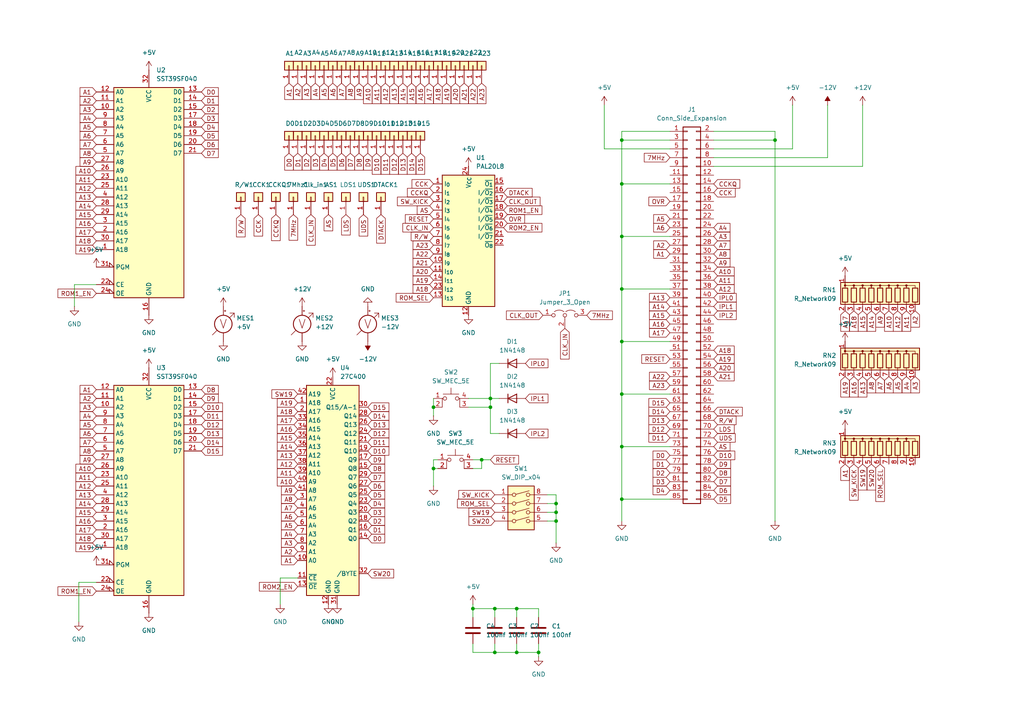
<source format=kicad_sch>
(kicad_sch (version 20250114) (generator "eeschema") (generator_version "9.0")
  (paper "A4")
  (junction (at 142.24 115.57))
  (junction (at 137.16 176.53))
  (junction (at 161.29 148.59))
  (junction (at 149.86 189.23))
  (junction (at 180.34 53.34))
  (junction (at 180.34 99.06))
  (junction (at 180.34 129.54))
  (junction (at 180.34 68.58))
  (junction (at 139.7 133.35))
  (junction (at 180.34 144.78))
  (junction (at 180.34 114.3))
  (junction (at 180.34 83.82))
  (junction (at 161.29 151.13))
  (junction (at 161.29 146.05))
  (junction (at 142.24 118.11))
  (junction (at 156.21 189.23))
  (junction (at 125.73 118.11))
  (junction (at 224.79 40.64))
  (junction (at 143.51 176.53))
  (junction (at 149.86 176.53))
  (junction (at 143.51 189.23))
  (junction (at 180.34 40.64))
  (junction (at 125.73 135.89))
  (wire (pts (xy 250.19 30.48) (xy 250.19 48.26)))
  (wire (pts (xy 240.03 45.72) (xy 207.01 45.72)))
  (wire (pts (xy 175.26 43.18) (xy 194.31 43.18)))
  (wire (pts (xy 224.79 151.13) (xy 224.79 40.64)))
  (wire (pts (xy 137.16 176.53) (xy 137.16 175.26)))
  (wire (pts (xy 125.73 135.89) (xy 125.73 140.97)))
  (wire (pts (xy 149.86 189.23) (xy 143.51 189.23)))
  (wire (pts (xy 81.28 167.64) (xy 81.28 175.26)))
  (wire (pts (xy 194.31 83.82) (xy 180.34 83.82)))
  (wire (pts (xy 137.16 133.35) (xy 139.7 133.35)))
  (wire (pts (xy 180.34 129.54) (xy 180.34 144.78)))
  (wire (pts (xy 229.87 43.18) (xy 207.01 43.18)))
  (wire (pts (xy 229.87 30.48) (xy 229.87 43.18)))
  (wire (pts (xy 180.34 53.34) (xy 180.34 68.58)))
  (wire (pts (xy 144.78 105.41) (xy 142.24 105.41)))
  (wire (pts (xy 207.01 40.64) (xy 224.79 40.64)))
  (wire (pts (xy 142.24 115.57) (xy 142.24 118.11)))
  (wire (pts (xy 27.94 82.55) (xy 21.59 82.55)))
  (wire (pts (xy 142.24 118.11) (xy 142.24 125.73)))
  (wire (pts (xy 180.34 144.78) (xy 194.31 144.78)))
  (wire (pts (xy 135.89 115.57) (xy 142.24 115.57)))
  (wire (pts (xy 143.51 189.23) (xy 137.16 189.23)))
  (wire (pts (xy 180.34 40.64) (xy 194.31 40.64)))
  (wire (pts (xy 194.31 99.06) (xy 180.34 99.06)))
  (wire (pts (xy 180.34 40.64) (xy 180.34 53.34)))
  (wire (pts (xy 180.34 83.82) (xy 180.34 99.06)))
  (wire (pts (xy 158.75 143.51) (xy 161.29 143.51)))
  (wire (pts (xy 175.26 30.48) (xy 175.26 43.18)))
  (wire (pts (xy 180.34 38.1) (xy 180.34 40.64)))
  (wire (pts (xy 142.24 105.41) (xy 142.24 115.57)))
  (wire (pts (xy 137.16 189.23) (xy 137.16 186.69)))
  (wire (pts (xy 139.7 135.89) (xy 139.7 133.35)))
  (wire (pts (xy 27.94 168.91) (xy 22.86 168.91)))
  (wire (pts (xy 125.73 115.57) (xy 125.73 118.11)))
  (wire (pts (xy 240.03 30.48) (xy 240.03 45.72)))
  (wire (pts (xy 86.36 167.64) (xy 81.28 167.64)))
  (wire (pts (xy 142.24 115.57) (xy 144.78 115.57)))
  (wire (pts (xy 194.31 53.34) (xy 180.34 53.34)))
  (wire (pts (xy 161.29 151.13) (xy 161.29 157.48)))
  (wire (pts (xy 143.51 186.69) (xy 143.51 189.23)))
  (wire (pts (xy 180.34 151.13) (xy 180.34 144.78)))
  (wire (pts (xy 135.89 118.11) (xy 142.24 118.11)))
  (wire (pts (xy 161.29 143.51) (xy 161.29 146.05)))
  (wire (pts (xy 194.31 68.58) (xy 180.34 68.58)))
  (wire (pts (xy 125.73 118.11) (xy 125.73 120.65)))
  (wire (pts (xy 137.16 176.53) (xy 137.16 179.07)))
  (wire (pts (xy 149.86 186.69) (xy 149.86 189.23)))
  (wire (pts (xy 149.86 176.53) (xy 149.86 179.07)))
  (wire (pts (xy 194.31 38.1) (xy 180.34 38.1)))
  (wire (pts (xy 125.73 135.89) (xy 127 135.89)))
  (wire (pts (xy 194.31 114.3) (xy 180.34 114.3)))
  (wire (pts (xy 21.59 82.55) (xy 21.59 88.9)))
  (wire (pts (xy 224.79 40.64) (xy 224.79 38.1)))
  (wire (pts (xy 137.16 176.53) (xy 143.51 176.53)))
  (wire (pts (xy 194.31 129.54) (xy 180.34 129.54)))
  (wire (pts (xy 143.51 176.53) (xy 149.86 176.53)))
  (wire (pts (xy 158.75 151.13) (xy 161.29 151.13)))
  (wire (pts (xy 250.19 48.26) (xy 207.01 48.26)))
  (wire (pts (xy 142.24 125.73) (xy 144.78 125.73)))
  (wire (pts (xy 180.34 99.06) (xy 180.34 114.3)))
  (wire (pts (xy 180.34 68.58) (xy 180.34 83.82)))
  (wire (pts (xy 22.86 168.91) (xy 22.86 180.34)))
  (wire (pts (xy 224.79 38.1) (xy 207.01 38.1)))
  (wire (pts (xy 143.51 176.53) (xy 143.51 179.07)))
  (wire (pts (xy 161.29 148.59) (xy 161.29 151.13)))
  (wire (pts (xy 161.29 146.05) (xy 161.29 148.59)))
  (wire (pts (xy 158.75 146.05) (xy 161.29 146.05)))
  (wire (pts (xy 127 133.35) (xy 125.73 133.35)))
  (wire (pts (xy 137.16 135.89) (xy 139.7 135.89)))
  (wire (pts (xy 156.21 179.07) (xy 156.21 176.53)))
  (wire (pts (xy 180.34 114.3) (xy 180.34 129.54)))
  (wire (pts (xy 156.21 190.5) (xy 156.21 189.23)))
  (wire (pts (xy 156.21 189.23) (xy 149.86 189.23)))
  (wire (pts (xy 156.21 186.69) (xy 156.21 189.23)))
  (wire (pts (xy 158.75 148.59) (xy 161.29 148.59)))
  (wire (pts (xy 139.7 133.35) (xy 142.24 133.35)))
  (wire (pts (xy 125.73 133.35) (xy 125.73 135.89)))
  (wire (pts (xy 156.21 176.53) (xy 149.86 176.53)))
  (global_label "CLK_IN" (shape input) (at 125.73 66.04 180) (property "Intersheetrefs" "${INTERSHEET_REFS}" (effects (hide yes))))
  (global_label "D3" (shape input) (at 91.44 44.45 270) (property "Intersheetrefs" "${INTERSHEET_REFS}" (effects (hide yes))))
  (global_label "D7" (shape input) (at 58.42 44.45 0) (property "Intersheetrefs" "${INTERSHEET_REFS}" (effects (hide yes))))
  (global_label "D4" (shape input) (at 194.31 142.24 180) (property "Intersheetrefs" "${INTERSHEET_REFS}" (effects (hide yes))))
  (global_label "A7" (shape input) (at 27.94 128.27 180) (property "Intersheetrefs" "${INTERSHEET_REFS}" (effects (hide yes))))
  (global_label "D6" (shape input) (at 106.68 140.97 0) (property "Intersheetrefs" "${INTERSHEET_REFS}" (effects (hide yes))))
  (global_label "A10" (shape input) (at 27.94 49.53 180) (property "Intersheetrefs" "${INTERSHEET_REFS}" (effects (hide yes))))
  (global_label "A19" (shape input) (at 125.73 81.28 180) (property "Intersheetrefs" "${INTERSHEET_REFS}" (effects (hide yes))))
  (global_label "A5" (shape input) (at 260.35 109.22 270) (property "Intersheetrefs" "${INTERSHEET_REFS}" (effects (hide yes))))
  (global_label "D11" (shape input) (at 111.76 44.45 270) (property "Intersheetrefs" "${INTERSHEET_REFS}" (effects (hide yes))))
  (global_label "A16" (shape input) (at 27.94 151.13 180) (property "Intersheetrefs" "${INTERSHEET_REFS}" (effects (hide yes))))
  (global_label "A16" (shape input) (at 194.31 93.98 180) (property "Intersheetrefs" "${INTERSHEET_REFS}" (effects (hide yes))))
  (global_label "A22" (shape input) (at 194.31 109.22 180) (property "Intersheetrefs" "${INTERSHEET_REFS}" (effects (hide yes))))
  (global_label "A19" (shape input) (at 129.54 24.13 270) (property "Intersheetrefs" "${INTERSHEET_REFS}" (effects (hide yes))))
  (global_label "IPL1" (shape input) (at 207.01 88.9 0) (property "Intersheetrefs" "${INTERSHEET_REFS}" (effects (hide yes))))
  (global_label "A3" (shape input) (at 27.94 118.11 180) (property "Intersheetrefs" "${INTERSHEET_REFS}" (effects (hide yes))))
  (global_label "A7" (shape input) (at 207.01 71.12 0) (property "Intersheetrefs" "${INTERSHEET_REFS}" (effects (hide yes))))
  (global_label "A3" (shape input) (at 88.9 24.13 270) (property "Intersheetrefs" "${INTERSHEET_REFS}" (effects (hide yes))))
  (global_label "A19" (shape input) (at 86.36 116.84 180) (property "Intersheetrefs" "${INTERSHEET_REFS}" (effects (hide yes))))
  (global_label "A9" (shape input) (at 27.94 133.35 180) (property "Intersheetrefs" "${INTERSHEET_REFS}" (effects (hide yes))))
  (global_label "A17" (shape input) (at 245.11 90.17 270) (property "Intersheetrefs" "${INTERSHEET_REFS}" (effects (hide yes))))
  (global_label "D3" (shape input) (at 194.31 139.7 180) (property "Intersheetrefs" "${INTERSHEET_REFS}" (effects (hide yes))))
  (global_label "DTACK" (shape input) (at 146.05 55.88 0) (property "Intersheetrefs" "${INTERSHEET_REFS}" (effects (hide yes))))
  (global_label "IPL0" (shape input) (at 207.01 86.36 0) (property "Intersheetrefs" "${INTERSHEET_REFS}" (effects (hide yes))))
  (global_label "ROM2_EN" (shape input) (at 86.36 170.18 180) (property "Intersheetrefs" "${INTERSHEET_REFS}" (effects (hide yes))))
  (global_label "A18" (shape input) (at 207.01 101.6 0) (property "Intersheetrefs" "${INTERSHEET_REFS}" (effects (hide yes))))
  (global_label "CCKQ" (shape input) (at 125.73 55.88 180) (property "Intersheetrefs" "${INTERSHEET_REFS}" (effects (hide yes))))
  (global_label "D11" (shape input) (at 194.31 127 180) (property "Intersheetrefs" "${INTERSHEET_REFS}" (effects (hide yes))))
  (global_label "A16" (shape input) (at 121.92 24.13 270) (property "Intersheetrefs" "${INTERSHEET_REFS}" (effects (hide yes))))
  (global_label "A11" (shape input) (at 109.22 24.13 270) (property "Intersheetrefs" "${INTERSHEET_REFS}" (effects (hide yes))))
  (global_label "SW20" (shape input) (at 252.73 134.62 270) (property "Intersheetrefs" "${INTERSHEET_REFS}" (effects (hide yes))))
  (global_label "A14" (shape input) (at 252.73 90.17 270) (property "Intersheetrefs" "${INTERSHEET_REFS}" (effects (hide yes))))
  (global_label "A9" (shape input) (at 255.27 90.17 270) (property "Intersheetrefs" "${INTERSHEET_REFS}" (effects (hide yes))))
  (global_label "OVR" (shape input) (at 194.31 58.42 180) (property "Intersheetrefs" "${INTERSHEET_REFS}" (effects (hide yes))))
  (global_label "A23" (shape input) (at 139.7 24.13 270) (property "Intersheetrefs" "${INTERSHEET_REFS}" (effects (hide yes))))
  (global_label "A5" (shape input) (at 27.94 123.19 180) (property "Intersheetrefs" "${INTERSHEET_REFS}" (effects (hide yes))))
  (global_label "A15" (shape input) (at 250.19 90.17 270) (property "Intersheetrefs" "${INTERSHEET_REFS}" (effects (hide yes))))
  (global_label "A11" (shape input) (at 27.94 52.07 180) (property "Intersheetrefs" "${INTERSHEET_REFS}" (effects (hide yes))))
  (global_label "7MHz" (shape input) (at 85.09 62.23 270) (property "Intersheetrefs" "${INTERSHEET_REFS}" (effects (hide yes))))
  (global_label "A12" (shape input) (at 27.94 54.61 180) (property "Intersheetrefs" "${INTERSHEET_REFS}" (effects (hide yes))))
  (global_label "D12" (shape input) (at 114.3 44.45 270) (property "Intersheetrefs" "${INTERSHEET_REFS}" (effects (hide yes))))
  (global_label "D4" (shape input) (at 58.42 36.83 0) (property "Intersheetrefs" "${INTERSHEET_REFS}" (effects (hide yes))))
  (global_label "A1" (shape input) (at 86.36 162.56 180) (property "Intersheetrefs" "${INTERSHEET_REFS}" (effects (hide yes))))
  (global_label "AS" (shape input) (at 207.01 129.54 0) (property "Intersheetrefs" "${INTERSHEET_REFS}" (effects (hide yes))))
  (global_label "D6" (shape input) (at 207.01 142.24 0) (property "Intersheetrefs" "${INTERSHEET_REFS}" (effects (hide yes))))
  (global_label "D13" (shape input) (at 194.31 121.92 180) (property "Intersheetrefs" "${INTERSHEET_REFS}" (effects (hide yes))))
  (global_label "D10" (shape input) (at 207.01 132.08 0) (property "Intersheetrefs" "${INTERSHEET_REFS}" (effects (hide yes))))
  (global_label "A8" (shape input) (at 27.94 130.81 180) (property "Intersheetrefs" "${INTERSHEET_REFS}" (effects (hide yes))))
  (global_label "A1" (shape input) (at 245.11 134.62 270) (property "Intersheetrefs" "${INTERSHEET_REFS}" (effects (hide yes))))
  (global_label "D2" (shape input) (at 194.31 137.16 180) (property "Intersheetrefs" "${INTERSHEET_REFS}" (effects (hide yes))))
  (global_label "A11" (shape input) (at 27.94 138.43 180) (property "Intersheetrefs" "${INTERSHEET_REFS}" (effects (hide yes))))
  (global_label "A4" (shape input) (at 86.36 154.94 180) (property "Intersheetrefs" "${INTERSHEET_REFS}" (effects (hide yes))))
  (global_label "A6" (shape input) (at 257.81 109.22 270) (property "Intersheetrefs" "${INTERSHEET_REFS}" (effects (hide yes))))
  (global_label "A19" (shape input) (at 27.94 158.75 180) (property "Intersheetrefs" "${INTERSHEET_REFS}" (effects (hide yes))))
  (global_label "A16" (shape input) (at 86.36 124.46 180) (property "Intersheetrefs" "${INTERSHEET_REFS}" (effects (hide yes))))
  (global_label "D2" (shape input) (at 88.9 44.45 270) (property "Intersheetrefs" "${INTERSHEET_REFS}" (effects (hide yes))))
  (global_label "A14" (shape input) (at 27.94 59.69 180) (property "Intersheetrefs" "${INTERSHEET_REFS}" (effects (hide yes))))
  (global_label "A10" (shape input) (at 207.01 78.74 0) (property "Intersheetrefs" "${INTERSHEET_REFS}" (effects (hide yes))))
  (global_label "D5" (shape input) (at 96.52 44.45 270) (property "Intersheetrefs" "${INTERSHEET_REFS}" (effects (hide yes))))
  (global_label "D10" (shape input) (at 106.68 130.81 0) (property "Intersheetrefs" "${INTERSHEET_REFS}" (effects (hide yes))))
  (global_label "7MHz" (shape input) (at 194.31 45.72 180) (property "Intersheetrefs" "${INTERSHEET_REFS}" (effects (hide yes))))
  (global_label "A6" (shape input) (at 194.31 66.04 180) (property "Intersheetrefs" "${INTERSHEET_REFS}" (effects (hide yes))))
  (global_label "D1" (shape input) (at 86.36 44.45 270) (property "Intersheetrefs" "${INTERSHEET_REFS}" (effects (hide yes))))
  (global_label "A2" (shape input) (at 265.43 90.17 270) (property "Intersheetrefs" "${INTERSHEET_REFS}" (effects (hide yes))))
  (global_label "A10" (shape input) (at 106.68 24.13 270) (property "Intersheetrefs" "${INTERSHEET_REFS}" (effects (hide yes))))
  (global_label "A16" (shape input) (at 247.65 109.22 270) (property "Intersheetrefs" "${INTERSHEET_REFS}" (effects (hide yes))))
  (global_label "A5" (shape input) (at 86.36 152.4 180) (property "Intersheetrefs" "${INTERSHEET_REFS}" (effects (hide yes))))
  (global_label "A17" (shape input) (at 27.94 153.67 180) (property "Intersheetrefs" "${INTERSHEET_REFS}" (effects (hide yes))))
  (global_label "A15" (shape input) (at 27.94 148.59 180) (property "Intersheetrefs" "${INTERSHEET_REFS}" (effects (hide yes))))
  (global_label "CLK_IN" (shape input) (at 163.83 95.25 270) (property "Intersheetrefs" "${INTERSHEET_REFS}" (effects (hide yes))))
  (global_label "A6" (shape input) (at 27.94 39.37 180) (property "Intersheetrefs" "${INTERSHEET_REFS}" (effects (hide yes))))
  (global_label "CLK_OUT" (shape input) (at 146.05 58.42 0) (property "Intersheetrefs" "${INTERSHEET_REFS}" (effects (hide yes))))
  (global_label "D9" (shape input) (at 106.68 44.45 270) (property "Intersheetrefs" "${INTERSHEET_REFS}" (effects (hide yes))))
  (global_label "DTACK" (shape input) (at 207.01 119.38 0) (property "Intersheetrefs" "${INTERSHEET_REFS}" (effects (hide yes))))
  (global_label "D13" (shape input) (at 106.68 123.19 0) (property "Intersheetrefs" "${INTERSHEET_REFS}" (effects (hide yes))))
  (global_label "A12" (shape input) (at 111.76 24.13 270) (property "Intersheetrefs" "${INTERSHEET_REFS}" (effects (hide yes))))
  (global_label "A8" (shape input) (at 27.94 44.45 180) (property "Intersheetrefs" "${INTERSHEET_REFS}" (effects (hide yes))))
  (global_label "D12" (shape input) (at 194.31 124.46 180) (property "Intersheetrefs" "${INTERSHEET_REFS}" (effects (hide yes))))
  (global_label "D11" (shape input) (at 106.68 128.27 0) (property "Intersheetrefs" "${INTERSHEET_REFS}" (effects (hide yes))))
  (global_label "A4" (shape input) (at 27.94 34.29 180) (property "Intersheetrefs" "${INTERSHEET_REFS}" (effects (hide yes))))
  (global_label "D15" (shape input) (at 194.31 116.84 180) (property "Intersheetrefs" "${INTERSHEET_REFS}" (effects (hide yes))))
  (global_label "A2" (shape input) (at 27.94 29.21 180) (property "Intersheetrefs" "${INTERSHEET_REFS}" (effects (hide yes))))
  (global_label "A22" (shape input) (at 137.16 24.13 270) (property "Intersheetrefs" "${INTERSHEET_REFS}" (effects (hide yes))))
  (global_label "D9" (shape input) (at 207.01 134.62 0) (property "Intersheetrefs" "${INTERSHEET_REFS}" (effects (hide yes))))
  (global_label "A15" (shape input) (at 194.31 91.44 180) (property "Intersheetrefs" "${INTERSHEET_REFS}" (effects (hide yes))))
  (global_label "A5" (shape input) (at 194.31 63.5 180) (property "Intersheetrefs" "${INTERSHEET_REFS}" (effects (hide yes))))
  (global_label "ROM_SEL" (shape input) (at 125.73 86.36 180) (property "Intersheetrefs" "${INTERSHEET_REFS}" (effects (hide yes))))
  (global_label "R{slash}W" (shape input) (at 69.85 62.23 270) (property "Intersheetrefs" "${INTERSHEET_REFS}" (effects (hide yes))))
  (global_label "IPL2" (shape input) (at 152.4 125.73 0) (property "Intersheetrefs" "${INTERSHEET_REFS}" (effects (hide yes))))
  (global_label "D15" (shape input) (at 121.92 44.45 270) (property "Intersheetrefs" "${INTERSHEET_REFS}" (effects (hide yes))))
  (global_label "A5" (shape input) (at 27.94 36.83 180) (property "Intersheetrefs" "${INTERSHEET_REFS}" (effects (hide yes))))
  (global_label "RESET" (shape input) (at 194.31 104.14 180) (property "Intersheetrefs" "${INTERSHEET_REFS}" (effects (hide yes))))
  (global_label "A1" (shape input) (at 27.94 113.03 180) (property "Intersheetrefs" "${INTERSHEET_REFS}" (effects (hide yes))))
  (global_label "A19" (shape input) (at 207.01 104.14 0) (property "Intersheetrefs" "${INTERSHEET_REFS}" (effects (hide yes))))
  (global_label "A2" (shape input) (at 194.31 71.12 180) (property "Intersheetrefs" "${INTERSHEET_REFS}" (effects (hide yes))))
  (global_label "D10" (shape input) (at 109.22 44.45 270) (property "Intersheetrefs" "${INTERSHEET_REFS}" (effects (hide yes))))
  (global_label "A20" (shape input) (at 125.73 78.74 180) (property "Intersheetrefs" "${INTERSHEET_REFS}" (effects (hide yes))))
  (global_label "A13" (shape input) (at 27.94 143.51 180) (property "Intersheetrefs" "${INTERSHEET_REFS}" (effects (hide yes))))
  (global_label "D2" (shape input) (at 106.68 151.13 0) (property "Intersheetrefs" "${INTERSHEET_REFS}" (effects (hide yes))))
  (global_label "RESET" (shape input) (at 142.24 133.35 0) (property "Intersheetrefs" "${INTERSHEET_REFS}" (effects (hide yes))))
  (global_label "SW_KICK" (shape input) (at 125.73 58.42 180) (property "Intersheetrefs" "${INTERSHEET_REFS}" (effects (hide yes))))
  (global_label "SW20" (shape input) (at 143.51 151.13 180) (property "Intersheetrefs" "${INTERSHEET_REFS}" (effects (hide yes))))
  (global_label "D4" (shape input) (at 106.68 146.05 0) (property "Intersheetrefs" "${INTERSHEET_REFS}" (effects (hide yes))))
  (global_label "ROM_SEL" (shape input) (at 143.51 146.05 180) (property "Intersheetrefs" "${INTERSHEET_REFS}" (effects (hide yes))))
  (global_label "A9" (shape input) (at 27.94 46.99 180) (property "Intersheetrefs" "${INTERSHEET_REFS}" (effects (hide yes))))
  (global_label "CCKQ" (shape input) (at 207.01 53.34 0) (property "Intersheetrefs" "${INTERSHEET_REFS}" (effects (hide yes))))
  (global_label "D0" (shape input) (at 194.31 132.08 180) (property "Intersheetrefs" "${INTERSHEET_REFS}" (effects (hide yes))))
  (global_label "RESET" (shape input) (at 125.73 63.5 180) (property "Intersheetrefs" "${INTERSHEET_REFS}" (effects (hide yes))))
  (global_label "A21" (shape input) (at 134.62 24.13 270) (property "Intersheetrefs" "${INTERSHEET_REFS}" (effects (hide yes))))
  (global_label "D13" (shape input) (at 58.42 125.73 0) (property "Intersheetrefs" "${INTERSHEET_REFS}" (effects (hide yes))))
  (global_label "D11" (shape input) (at 58.42 120.65 0) (property "Intersheetrefs" "${INTERSHEET_REFS}" (effects (hide yes))))
  (global_label "A18" (shape input) (at 127 24.13 270) (property "Intersheetrefs" "${INTERSHEET_REFS}" (effects (hide yes))))
  (global_label "A18" (shape input) (at 247.65 90.17 270) (property "Intersheetrefs" "${INTERSHEET_REFS}" (effects (hide yes))))
  (global_label "IPL2" (shape input) (at 207.01 91.44 0) (property "Intersheetrefs" "${INTERSHEET_REFS}" (effects (hide yes))))
  (global_label "A21" (shape input) (at 207.01 109.22 0) (property "Intersheetrefs" "${INTERSHEET_REFS}" (effects (hide yes))))
  (global_label "SW19" (shape input) (at 143.51 148.59 180) (property "Intersheetrefs" "${INTERSHEET_REFS}" (effects (hide yes))))
  (global_label "D6" (shape input) (at 99.06 44.45 270) (property "Intersheetrefs" "${INTERSHEET_REFS}" (effects (hide yes))))
  (global_label "D5" (shape input) (at 58.42 39.37 0) (property "Intersheetrefs" "${INTERSHEET_REFS}" (effects (hide yes))))
  (global_label "D0" (shape input) (at 58.42 26.67 0) (property "Intersheetrefs" "${INTERSHEET_REFS}" (effects (hide yes))))
  (global_label "A2" (shape input) (at 86.36 24.13 270) (property "Intersheetrefs" "${INTERSHEET_REFS}" (effects (hide yes))))
  (global_label "CCK" (shape input) (at 74.93 62.23 270) (property "Intersheetrefs" "${INTERSHEET_REFS}" (effects (hide yes))))
  (global_label "A14" (shape input) (at 27.94 146.05 180) (property "Intersheetrefs" "${INTERSHEET_REFS}" (effects (hide yes))))
  (global_label "ROM1_EN" (shape input) (at 27.94 85.09 180) (property "Intersheetrefs" "${INTERSHEET_REFS}" (effects (hide yes))))
  (global_label "D1" (shape input) (at 58.42 29.21 0) (property "Intersheetrefs" "${INTERSHEET_REFS}" (effects (hide yes))))
  (global_label "A4" (shape input) (at 207.01 66.04 0) (property "Intersheetrefs" "${INTERSHEET_REFS}" (effects (hide yes))))
  (global_label "A8" (shape input) (at 252.73 109.22 270) (property "Intersheetrefs" "${INTERSHEET_REFS}" (effects (hide yes))))
  (global_label "A17" (shape input) (at 27.94 67.31 180) (property "Intersheetrefs" "${INTERSHEET_REFS}" (effects (hide yes))))
  (global_label "A12" (shape input) (at 260.35 90.17 270) (property "Intersheetrefs" "${INTERSHEET_REFS}" (effects (hide yes))))
  (global_label "A13" (shape input) (at 194.31 86.36 180) (property "Intersheetrefs" "${INTERSHEET_REFS}" (effects (hide yes))))
  (global_label "A20" (shape input) (at 207.01 106.68 0) (property "Intersheetrefs" "${INTERSHEET_REFS}" (effects (hide yes))))
  (global_label "A1" (shape input) (at 27.94 26.67 180) (property "Intersheetrefs" "${INTERSHEET_REFS}" (effects (hide yes))))
  (global_label "D1" (shape input) (at 106.68 153.67 0) (property "Intersheetrefs" "${INTERSHEET_REFS}" (effects (hide yes))))
  (global_label "A20" (shape input) (at 132.08 24.13 270) (property "Intersheetrefs" "${INTERSHEET_REFS}" (effects (hide yes))))
  (global_label "A23" (shape input) (at 125.73 71.12 180) (property "Intersheetrefs" "${INTERSHEET_REFS}" (effects (hide yes))))
  (global_label "SW20" (shape input) (at 106.68 166.37 0) (property "Intersheetrefs" "${INTERSHEET_REFS}" (effects (hide yes))))
  (global_label "A18" (shape input) (at 27.94 156.21 180) (property "Intersheetrefs" "${INTERSHEET_REFS}" (effects (hide yes))))
  (global_label "A18" (shape input) (at 86.36 119.38 180) (property "Intersheetrefs" "${INTERSHEET_REFS}" (effects (hide yes))))
  (global_label "ROM1_EN" (shape input) (at 27.94 171.45 180) (property "Intersheetrefs" "${INTERSHEET_REFS}" (effects (hide yes))))
  (global_label "A2" (shape input) (at 27.94 115.57 180) (property "Intersheetrefs" "${INTERSHEET_REFS}" (effects (hide yes))))
  (global_label "SW_KICK" (shape input) (at 143.51 143.51 180) (property "Intersheetrefs" "${INTERSHEET_REFS}" (effects (hide yes))))
  (global_label "SW_KICK" (shape input) (at 247.65 134.62 270) (property "Intersheetrefs" "${INTERSHEET_REFS}" (effects (hide yes))))
  (global_label "D14" (shape input) (at 106.68 120.65 0) (property "Intersheetrefs" "${INTERSHEET_REFS}" (effects (hide yes))))
  (global_label "D7" (shape input) (at 207.01 139.7 0) (property "Intersheetrefs" "${INTERSHEET_REFS}" (effects (hide yes))))
  (global_label "A13" (shape input) (at 27.94 57.15 180) (property "Intersheetrefs" "${INTERSHEET_REFS}" (effects (hide yes))))
  (global_label "A15" (shape input) (at 86.36 127 180) (property "Intersheetrefs" "${INTERSHEET_REFS}" (effects (hide yes))))
  (global_label "OVR" (shape input) (at 146.05 63.5 0) (property "Intersheetrefs" "${INTERSHEET_REFS}" (effects (hide yes))))
  (global_label "A18" (shape input) (at 125.73 83.82 180) (property "Intersheetrefs" "${INTERSHEET_REFS}" (effects (hide yes))))
  (global_label "UDS" (shape input) (at 105.41 62.23 270) (property "Intersheetrefs" "${INTERSHEET_REFS}" (effects (hide yes))))
  (global_label "A2" (shape input) (at 86.36 160.02 180) (property "Intersheetrefs" "${INTERSHEET_REFS}" (effects (hide yes))))
  (global_label "A12" (shape input) (at 86.36 134.62 180) (property "Intersheetrefs" "${INTERSHEET_REFS}" (effects (hide yes))))
  (global_label "LDS" (shape input) (at 207.01 124.46 0) (property "Intersheetrefs" "${INTERSHEET_REFS}" (effects (hide yes))))
  (global_label "A1" (shape input) (at 83.82 24.13 270) (property "Intersheetrefs" "${INTERSHEET_REFS}" (effects (hide yes))))
  (global_label "D10" (shape input) (at 58.42 118.11 0) (property "Intersheetrefs" "${INTERSHEET_REFS}" (effects (hide yes))))
  (global_label "D8" (shape input) (at 104.14 44.45 270) (property "Intersheetrefs" "${INTERSHEET_REFS}" (effects (hide yes))))
  (global_label "A8" (shape input) (at 86.36 144.78 180) (property "Intersheetrefs" "${INTERSHEET_REFS}" (effects (hide yes))))
  (global_label "IPL1" (shape input) (at 152.4 115.57 0) (property "Intersheetrefs" "${INTERSHEET_REFS}" (effects (hide yes))))
  (global_label "D9" (shape input) (at 58.42 115.57 0) (property "Intersheetrefs" "${INTERSHEET_REFS}" (effects (hide yes))))
  (global_label "SW19" (shape input) (at 250.19 134.62 270) (property "Intersheetrefs" "${INTERSHEET_REFS}" (effects (hide yes))))
  (global_label "A23" (shape input) (at 194.31 111.76 180) (property "Intersheetrefs" "${INTERSHEET_REFS}" (effects (hide yes))))
  (global_label "D7" (shape input) (at 101.6 44.45 270) (property "Intersheetrefs" "${INTERSHEET_REFS}" (effects (hide yes))))
  (global_label "CCK" (shape input) (at 125.73 53.34 180) (property "Intersheetrefs" "${INTERSHEET_REFS}" (effects (hide yes))))
  (global_label "A13" (shape input) (at 86.36 132.08 180) (property "Intersheetrefs" "${INTERSHEET_REFS}" (effects (hide yes))))
  (global_label "A16" (shape input) (at 27.94 64.77 180) (property "Intersheetrefs" "${INTERSHEET_REFS}" (effects (hide yes))))
  (global_label "ROM_SEL" (shape input) (at 255.27 134.62 270) (property "Intersheetrefs" "${INTERSHEET_REFS}" (effects (hide yes))))
  (global_label "D7" (shape input) (at 106.68 138.43 0) (property "Intersheetrefs" "${INTERSHEET_REFS}" (effects (hide yes))))
  (global_label "A17" (shape input) (at 194.31 96.52 180) (property "Intersheetrefs" "${INTERSHEET_REFS}" (effects (hide yes))))
  (global_label "A18" (shape input) (at 27.94 69.85 180) (property "Intersheetrefs" "${INTERSHEET_REFS}" (effects (hide yes))))
  (global_label "A3" (shape input) (at 86.36 157.48 180) (property "Intersheetrefs" "${INTERSHEET_REFS}" (effects (hide yes))))
  (global_label "D2" (shape input) (at 58.42 31.75 0) (property "Intersheetrefs" "${INTERSHEET_REFS}" (effects (hide yes))))
  (global_label "D13" (shape input) (at 116.84 44.45 270) (property "Intersheetrefs" "${INTERSHEET_REFS}" (effects (hide yes))))
  (global_label "A6" (shape input) (at 86.36 149.86 180) (property "Intersheetrefs" "${INTERSHEET_REFS}" (effects (hide yes))))
  (global_label "A3" (shape input) (at 207.01 68.58 0) (property "Intersheetrefs" "${INTERSHEET_REFS}" (effects (hide yes))))
  (global_label "D3" (shape input) (at 58.42 34.29 0) (property "Intersheetrefs" "${INTERSHEET_REFS}" (effects (hide yes))))
  (global_label "ROM2_EN" (shape input) (at 146.05 66.04 0) (property "Intersheetrefs" "${INTERSHEET_REFS}" (effects (hide yes))))
  (global_label "D4" (shape input) (at 93.98 44.45 270) (property "Intersheetrefs" "${INTERSHEET_REFS}" (effects (hide yes))))
  (global_label "CCKQ" (shape input) (at 80.01 62.23 270) (property "Intersheetrefs" "${INTERSHEET_REFS}" (effects (hide yes))))
  (global_label "A21" (shape input) (at 125.73 76.2 180) (property "Intersheetrefs" "${INTERSHEET_REFS}" (effects (hide yes))))
  (global_label "AS" (shape input) (at 95.25 62.23 270) (property "Intersheetrefs" "${INTERSHEET_REFS}" (effects (hide yes))))
  (global_label "D9" (shape input) (at 106.68 133.35 0) (property "Intersheetrefs" "${INTERSHEET_REFS}" (effects (hide yes))))
  (global_label "CLK_OUT" (shape input) (at 157.48 91.44 180) (property "Intersheetrefs" "${INTERSHEET_REFS}" (effects (hide yes))))
  (global_label "A7" (shape input) (at 27.94 41.91 180) (property "Intersheetrefs" "${INTERSHEET_REFS}" (effects (hide yes))))
  (global_label "A14" (shape input) (at 86.36 129.54 180) (property "Intersheetrefs" "${INTERSHEET_REFS}" (effects (hide yes))))
  (global_label "A14" (shape input) (at 194.31 88.9 180) (property "Intersheetrefs" "${INTERSHEET_REFS}" (effects (hide yes))))
  (global_label "A6" (shape input) (at 96.52 24.13 270) (property "Intersheetrefs" "${INTERSHEET_REFS}" (effects (hide yes))))
  (global_label "A17" (shape input) (at 124.46 24.13 270) (property "Intersheetrefs" "${INTERSHEET_REFS}" (effects (hide yes))))
  (global_label "D6" (shape input) (at 58.42 41.91 0) (property "Intersheetrefs" "${INTERSHEET_REFS}" (effects (hide yes))))
  (global_label "A19" (shape input) (at 27.94 72.39 180) (property "Intersheetrefs" "${INTERSHEET_REFS}" (effects (hide yes))))
  (global_label "A11" (shape input) (at 207.01 81.28 0) (property "Intersheetrefs" "${INTERSHEET_REFS}" (effects (hide yes))))
  (global_label "A14" (shape input) (at 116.84 24.13 270) (property "Intersheetrefs" "${INTERSHEET_REFS}" (effects (hide yes))))
  (global_label "DTACK" (shape input) (at 110.49 62.23 270) (property "Intersheetrefs" "${INTERSHEET_REFS}" (effects (hide yes))))
  (global_label "A10" (shape input) (at 257.81 90.17 270) (property "Intersheetrefs" "${INTERSHEET_REFS}" (effects (hide yes))))
  (global_label "A12" (shape input) (at 207.01 83.82 0) (property "Intersheetrefs" "${INTERSHEET_REFS}" (effects (hide yes))))
  (global_label "D8" (shape input) (at 106.68 135.89 0) (property "Intersheetrefs" "${INTERSHEET_REFS}" (effects (hide yes))))
  (global_label "UDS" (shape input) (at 207.01 127 0) (property "Intersheetrefs" "${INTERSHEET_REFS}" (effects (hide yes))))
  (global_label "D12" (shape input) (at 58.42 123.19 0) (property "Intersheetrefs" "${INTERSHEET_REFS}" (effects (hide yes))))
  (global_label "D0" (shape input) (at 83.82 44.45 270) (property "Intersheetrefs" "${INTERSHEET_REFS}" (effects (hide yes))))
  (global_label "A8" (shape input) (at 207.01 73.66 0) (property "Intersheetrefs" "${INTERSHEET_REFS}" (effects (hide yes))))
  (global_label "A15" (shape input) (at 27.94 62.23 180) (property "Intersheetrefs" "${INTERSHEET_REFS}" (effects (hide yes))))
  (global_label "7MHz" (shape input) (at 170.18 91.44 0) (property "Intersheetrefs" "${INTERSHEET_REFS}" (effects (hide yes))))
  (global_label "A7" (shape input) (at 86.36 147.32 180) (property "Intersheetrefs" "${INTERSHEET_REFS}" (effects (hide yes))))
  (global_label "A9" (shape input) (at 104.14 24.13 270) (property "Intersheetrefs" "${INTERSHEET_REFS}" (effects (hide yes))))
  (global_label "D5" (shape input) (at 106.68 143.51 0) (property "Intersheetrefs" "${INTERSHEET_REFS}" (effects (hide yes))))
  (global_label "A22" (shape input) (at 125.73 73.66 180) (property "Intersheetrefs" "${INTERSHEET_REFS}" (effects (hide yes))))
  (global_label "A3" (shape input) (at 265.43 109.22 270) (property "Intersheetrefs" "${INTERSHEET_REFS}" (effects (hide yes))))
  (global_label "A17" (shape input) (at 86.36 121.92 180) (property "Intersheetrefs" "${INTERSHEET_REFS}" (effects (hide yes))))
  (global_label "A10" (shape input) (at 27.94 135.89 180) (property "Intersheetrefs" "${INTERSHEET_REFS}" (effects (hide yes))))
  (global_label "D15" (shape input) (at 106.68 118.11 0) (property "Intersheetrefs" "${INTERSHEET_REFS}" (effects (hide yes))))
  (global_label "AS" (shape input) (at 125.73 60.96 180) (property "Intersheetrefs" "${INTERSHEET_REFS}" (effects (hide yes))))
  (global_label "A4" (shape input) (at 91.44 24.13 270) (property "Intersheetrefs" "${INTERSHEET_REFS}" (effects (hide yes))))
  (global_label "A7" (shape input) (at 255.27 109.22 270) (property "Intersheetrefs" "${INTERSHEET_REFS}" (effects (hide yes))))
  (global_label "R{slash}W" (shape input) (at 207.01 121.92 0) (property "Intersheetrefs" "${INTERSHEET_REFS}" (effects (hide yes))))
  (global_label "SW19" (shape input) (at 86.36 114.3 180) (property "Intersheetrefs" "${INTERSHEET_REFS}" (effects (hide yes))))
  (global_label "A12" (shape input) (at 27.94 140.97 180) (property "Intersheetrefs" "${INTERSHEET_REFS}" (effects (hide yes))))
  (global_label "D15" (shape input) (at 58.42 130.81 0) (property "Intersheetrefs" "${INTERSHEET_REFS}" (effects (hide yes))))
  (global_label "A8" (shape input) (at 101.6 24.13 270) (property "Intersheetrefs" "${INTERSHEET_REFS}" (effects (hide yes))))
  (global_label "D1" (shape input) (at 194.31 134.62 180) (property "Intersheetrefs" "${INTERSHEET_REFS}" (effects (hide yes))))
  (global_label "A1" (shape input) (at 194.31 73.66 180) (property "Intersheetrefs" "${INTERSHEET_REFS}" (effects (hide yes))))
  (global_label "A11" (shape input) (at 262.89 90.17 270) (property "Intersheetrefs" "${INTERSHEET_REFS}" (effects (hide yes))))
  (global_label "A9" (shape input) (at 86.36 142.24 180) (property "Intersheetrefs" "${INTERSHEET_REFS}" (effects (hide yes))))
  (global_label "A19" (shape input) (at 245.11 109.22 270) (property "Intersheetrefs" "${INTERSHEET_REFS}" (effects (hide yes))))
  (global_label "A15" (shape input) (at 119.38 24.13 270) (property "Intersheetrefs" "${INTERSHEET_REFS}" (effects (hide yes))))
  (global_label "A5" (shape input) (at 93.98 24.13 270) (property "Intersheetrefs" "${INTERSHEET_REFS}" (effects (hide yes))))
  (global_label "A13" (shape input) (at 114.3 24.13 270) (property "Intersheetrefs" "${INTERSHEET_REFS}" (effects (hide yes))))
  (global_label "LDS" (shape input) (at 100.33 62.23 270) (property "Intersheetrefs" "${INTERSHEET_REFS}" (effects (hide yes))))
  (global_label "A4" (shape input) (at 27.94 120.65 180) (property "Intersheetrefs" "${INTERSHEET_REFS}" (effects (hide yes))))
  (global_label "ROM1_EN" (shape input) (at 146.05 60.96 0) (property "Intersheetrefs" "${INTERSHEET_REFS}" (effects (hide yes))))
  (global_label "CCK" (shape input) (at 207.01 55.88 0) (property "Intersheetrefs" "${INTERSHEET_REFS}" (effects (hide yes))))
  (global_label "A11" (shape input) (at 86.36 137.16 180) (property "Intersheetrefs" "${INTERSHEET_REFS}" (effects (hide yes))))
  (global_label "D14" (shape input) (at 58.42 128.27 0) (property "Intersheetrefs" "${INTERSHEET_REFS}" (effects (hide yes))))
  (global_label "IPL0" (shape input) (at 152.4 105.41 0) (property "Intersheetrefs" "${INTERSHEET_REFS}" (effects (hide yes))))
  (global_label "D8" (shape input) (at 207.01 137.16 0) (property "Intersheetrefs" "${INTERSHEET_REFS}" (effects (hide yes))))
  (global_label "D12" (shape input) (at 106.68 125.73 0) (property "Intersheetrefs" "${INTERSHEET_REFS}" (effects (hide yes))))
  (global_label "D5" (shape input) (at 207.01 144.78 0) (property "Intersheetrefs" "${INTERSHEET_REFS}" (effects (hide yes))))
  (global_label "A4" (shape input) (at 262.89 109.22 270) (property "Intersheetrefs" "${INTERSHEET_REFS}" (effects (hide yes))))
  (global_label "A3" (shape input) (at 27.94 31.75 180) (property "Intersheetrefs" "${INTERSHEET_REFS}" (effects (hide yes))))
  (global_label "A13" (shape input) (at 250.19 109.22 270) (property "Intersheetrefs" "${INTERSHEET_REFS}" (effects (hide yes))))
  (global_label "D14" (shape input) (at 119.38 44.45 270) (property "Intersheetrefs" "${INTERSHEET_REFS}" (effects (hide yes))))
  (global_label "D14" (shape input) (at 194.31 119.38 180) (property "Intersheetrefs" "${INTERSHEET_REFS}" (effects (hide yes))))
  (global_label "A7" (shape input) (at 99.06 24.13 270) (property "Intersheetrefs" "${INTERSHEET_REFS}" (effects (hide yes))))
  (global_label "D0" (shape input) (at 106.68 156.21 0) (property "Intersheetrefs" "${INTERSHEET_REFS}" (effects (hide yes))))
  (global_label "D8" (shape input) (at 58.42 113.03 0) (property "Intersheetrefs" "${INTERSHEET_REFS}" (effects (hide yes))))
  (global_label "R{slash}W" (shape input) (at 125.73 68.58 180) (property "Intersheetrefs" "${INTERSHEET_REFS}" (effects (hide yes))))
  (global_label "D3" (shape input) (at 106.68 148.59 0) (property "Intersheetrefs" "${INTERSHEET_REFS}" (effects (hide yes))))
  (global_label "A9" (shape input) (at 207.01 76.2 0) (property "Intersheetrefs" "${INTERSHEET_REFS}" (effects (hide yes))))
  (global_label "CLK_IN" (shape input) (at 90.17 62.23 270) (property "Intersheetrefs" "${INTERSHEET_REFS}" (effects (hide yes))))
  (global_label "A10" (shape input) (at 86.36 139.7 180) (property "Intersheetrefs" "${INTERSHEET_REFS}" (effects (hide yes))))
  (global_label "A6" (shape input) (at 27.94 125.73 180) (property "Intersheetrefs" "${INTERSHEET_REFS}" (effects (hide yes))))
  (symbol (lib_id "power:+5V") (at 43.18 106.68 0) (unit 1)
    (property "Reference" "#PWR06" (effects (hide yes)))
    (property "Value" "+5V" (at 43.18 101.6 0))
    (property "Description" "Power symbol creates a global label with name \"+5V\"" (effects (hide yes)))
  )
  (symbol (lib_id "Switch:SW_DIP_x04") (at 151.13 148.59 0) (unit 1)
    (property "Reference" "SW1" (at 151.13 135.89 0))
    (property "Value" "SW_DIP_x04" (at 151.13 138.43 0))
    (property "Footprint" "Button_Switch_THT:SW_DIP_SPSTx04_Slide_6.7x11.72mm_W7.62mm_P2.54mm_LowProfile" (effects (hide yes)))
    (property "Description" "4x DIP Switch, Single Pole Single Throw (SPST) switch, small symbol" (effects (hide yes)))
  )
  (symbol (lib_id "power:GND") (at 81.28 175.26 0) (unit 1)
    (property "Reference" "#PWR021" (effects (hide yes)))
    (property "Value" "GND" (at 81.28 180.34 0))
    (property "Description" "Power symbol creates a global label with name \"GND\" , ground" (effects (hide yes)))
  )
  (symbol (lib_id "Connector_Generic:Conn_01x01") (at 110.49 57.15 90) (unit 1)
    (property "Reference" "DTACK1" (at 108.204 53.594 90) (effects (justify right)))
    (property "Value" "Conn_01x01" (effects (hide yes)))
    (property "Footprint" "TestPoint:TestPoint_Pad_D1.0mm" (effects (hide yes)))
    (property "Description" "Generic connector, single row, 01x01, script generated (kicad-library-utils/schlib/autogen/connector/)" (effects (hide yes)))
  )
  (symbol (lib_id "power:GND") (at 180.34 151.13 0) (unit 1)
    (property "Reference" "#PWR08" (effects (hide yes)))
    (property "Value" "GND" (at 180.34 156.21 0))
    (property "Description" "Power symbol creates a global label with name \"GND\" , ground" (effects (hide yes)))
  )
  (symbol (lib_id "Connector_Generic:Conn_01x01") (at 95.25 57.15 90) (unit 1)
    (property "Reference" "AS1" (at 94.234 53.594 90) (effects (justify right)))
    (property "Value" "Conn_01x01" (effects (hide yes)))
    (property "Footprint" "TestPoint:TestPoint_Pad_D1.0mm" (effects (hide yes)))
    (property "Description" "Generic connector, single row, 01x01, script generated (kicad-library-utils/schlib/autogen/connector/)" (effects (hide yes)))
  )
  (symbol (lib_id "Connector_Generic:Conn_01x01") (at 105.41 57.15 90) (unit 1)
    (property "Reference" "UDS1" (at 103.632 53.594 90) (effects (justify right)))
    (property "Value" "Conn_01x01" (effects (hide yes)))
    (property "Footprint" "TestPoint:TestPoint_Pad_D1.0mm" (effects (hide yes)))
    (property "Description" "Generic connector, single row, 01x01, script generated (kicad-library-utils/schlib/autogen/connector/)" (effects (hide yes)))
  )
  (symbol (lib_id "Connector_Generic:Conn_01x01") (at 109.22 19.05 90) (unit 1)
    (property "Reference" "A11" (at 108.204 15.494 90) (effects (justify right)))
    (property "Value" "Conn_01x01" (effects (hide yes)))
    (property "Footprint" "TestPoint:TestPoint_Pad_D1.0mm" (effects (hide yes)))
    (property "Description" "Generic connector, single row, 01x01, script generated (kicad-library-utils/schlib/autogen/connector/)" (effects (hide yes)))
  )
  (symbol (lib_id "power:+12V") (at 250.19 30.48 0) (unit 1)
    (property "Reference" "#PWR012" (effects (hide yes)))
    (property "Value" "+12V" (at 250.19 25.4 0))
    (property "Description" "Power symbol creates a global label with name \"+12V\"" (effects (hide yes)))
  )
  (symbol (lib_id "Connector_Generic:Conn_01x01") (at 114.3 19.05 90) (unit 1)
    (property "Reference" "A13" (at 113.284 15.494 90) (effects (justify right)))
    (property "Value" "Conn_01x01" (effects (hide yes)))
    (property "Footprint" "TestPoint:TestPoint_Pad_D1.0mm" (effects (hide yes)))
    (property "Description" "Generic connector, single row, 01x01, script generated (kicad-library-utils/schlib/autogen/connector/)" (effects (hide yes)))
  )
  (symbol (lib_id "power:+5V") (at 137.16 175.26 0) (unit 1)
    (property "Reference" "#PWR031" (effects (hide yes)))
    (property "Value" "+5V" (at 137.16 170.18 0))
    (property "Description" "Power symbol creates a global label with name \"+5V\"" (effects (hide yes)))
  )
  (symbol (lib_id "power:+5V") (at 43.18 20.32 0) (unit 1)
    (property "Reference" "#PWR05" (effects (hide yes)))
    (property "Value" "+5V" (at 43.18 15.24 0))
    (property "Description" "Power symbol creates a global label with name \"+5V\"" (effects (hide yes)))
  )
  (symbol (lib_id "Device:R_Network09") (at 255.27 85.09 0) (unit 1)
    (property "Reference" "RN1" (at 242.57 84.0739 0) (effects (justify right)))
    (property "Value" "R_Network09" (at 242.57 86.6139 0) (effects (justify right)))
    (property "Footprint" "Resistor_THT:R_Array_SIP10" (effects (hide yes)))
    (property "Datasheet" "http://www.vishay.com/docs/31509/csc.pdf" (effects (hide yes)))
    (property "Description" "9 resistor network, star topology, bussed resistors, small symbol" (effects (hide yes)))
  )
  (symbol (lib_id "Connector_Generic:Conn_01x01") (at 83.82 39.37 90) (unit 1)
    (property "Reference" "D0" (at 82.804 35.814 90) (effects (justify right)))
    (property "Value" "Conn_01x01" (effects (hide yes)))
    (property "Footprint" "TestPoint:TestPoint_Pad_D1.0mm" (effects (hide yes)))
    (property "Description" "Generic connector, single row, 01x01, script generated (kicad-library-utils/schlib/autogen/connector/)" (effects (hide yes)))
  )
  (symbol (lib_id "power:GND") (at 43.18 177.8 0) (unit 1)
    (property "Reference" "#PWR03" (effects (hide yes)))
    (property "Value" "GND" (at 43.18 182.88 0))
    (property "Description" "Power symbol creates a global label with name \"GND\" , ground" (effects (hide yes)))
  )
  (symbol (lib_id "Connector_Generic:Conn_01x01") (at 121.92 19.05 90) (unit 1)
    (property "Reference" "A16" (at 120.904 15.24 90) (effects (justify right)))
    (property "Value" "Conn_01x01" (effects (hide yes)))
    (property "Footprint" "TestPoint:TestPoint_Pad_D1.0mm" (effects (hide yes)))
    (property "Description" "Generic connector, single row, 01x01, script generated (kicad-library-utils/schlib/autogen/connector/)" (effects (hide yes)))
  )
  (symbol (lib_id "Switch:SW_MEC_5E") (at 132.08 135.89 0) (unit 1)
    (property "Reference" "SW3" (at 132.08 125.73 0))
    (property "Value" "SW_MEC_5E" (at 132.08 128.27 0))
    (property "Footprint" "Private:Tactile Switch" (effects (hide yes)))
    (property "Datasheet" "http://www.apem.com/int/index.php?controller=attachment&id_attachment=1371" (effects (hide yes)))
    (property "Description" "MEC 5E single pole normally-open tactile switch" (effects (hide yes)))
  )
  (symbol (lib_id "Connector_Generic:Conn_01x01") (at 88.9 39.37 90) (unit 1)
    (property "Reference" "D2" (at 87.884 35.814 90) (effects (justify right)))
    (property "Value" "Conn_01x01" (effects (hide yes)))
    (property "Footprint" "TestPoint:TestPoint_Pad_D1.0mm" (effects (hide yes)))
    (property "Description" "Generic connector, single row, 01x01, script generated (kicad-library-utils/schlib/autogen/connector/)" (effects (hide yes)))
  )
  (symbol (lib_id "power:+5V") (at 175.26 30.48 0) (unit 1)
    (property "Reference" "#PWR07" (effects (hide yes)))
    (property "Value" "+5V" (at 175.26 25.4 0))
    (property "Description" "Power symbol creates a global label with name \"+5V\"" (effects (hide yes)))
  )
  (symbol (lib_id "Connector_Generic:Conn_01x01") (at 93.98 39.37 90) (unit 1)
    (property "Reference" "D4" (at 92.964 35.814 90) (effects (justify right)))
    (property "Value" "Conn_01x01" (effects (hide yes)))
    (property "Footprint" "TestPoint:TestPoint_Pad_D1.0mm" (effects (hide yes)))
    (property "Description" "Generic connector, single row, 01x01, script generated (kicad-library-utils/schlib/autogen/connector/)" (effects (hide yes)))
  )
  (symbol (lib_id "Connector_Generic:Conn_01x01") (at 91.44 39.37 90) (unit 1)
    (property "Reference" "D3" (at 90.424 35.814 90) (effects (justify right)))
    (property "Value" "Conn_01x01" (effects (hide yes)))
    (property "Footprint" "TestPoint:TestPoint_Pad_D1.0mm" (effects (hide yes)))
    (property "Description" "Generic connector, single row, 01x01, script generated (kicad-library-utils/schlib/autogen/connector/)" (effects (hide yes)))
  )
  (symbol (lib_id "Connector_Generic:Conn_01x01") (at 90.17 57.15 90) (unit 1)
    (property "Reference" "Clk_in1" (at 87.884 53.594 90) (effects (justify right)))
    (property "Value" "Conn_01x01" (effects (hide yes)))
    (property "Footprint" "TestPoint:TestPoint_Pad_D1.0mm" (effects (hide yes)))
    (property "Description" "Generic connector, single row, 01x01, script generated (kicad-library-utils/schlib/autogen/connector/)" (effects (hide yes)))
  )
  (symbol (lib_id "power:-12V") (at 106.68 99.06 180) (unit 1)
    (property "Reference" "#PWR024" (effects (hide yes)))
    (property "Value" "-12V" (at 106.68 104.14 0))
    (property "Description" "Power symbol creates a global label with name \"-12V\"" (effects (hide yes)))
  )
  (symbol (lib_id "Connector_Generic:Conn_01x01") (at 86.36 39.37 90) (unit 1)
    (property "Reference" "D1" (at 85.344 35.814 90) (effects (justify right)))
    (property "Value" "Conn_01x01" (effects (hide yes)))
    (property "Footprint" "TestPoint:TestPoint_Pad_D1.0mm" (effects (hide yes)))
    (property "Description" "Generic connector, single row, 01x01, script generated (kicad-library-utils/schlib/autogen/connector/)" (effects (hide yes)))
  )
  (symbol (lib_id "Connector_Generic:Conn_01x01") (at 111.76 19.05 90) (unit 1)
    (property "Reference" "A12" (at 110.744 15.24 90) (effects (justify right)))
    (property "Value" "Conn_01x01" (effects (hide yes)))
    (property "Footprint" "TestPoint:TestPoint_Pad_D1.0mm" (effects (hide yes)))
    (property "Description" "Generic connector, single row, 01x01, script generated (kicad-library-utils/schlib/autogen/connector/)" (effects (hide yes)))
  )
  (symbol (lib_id "power:GND") (at 43.18 91.44 0) (unit 1)
    (property "Reference" "#PWR04" (effects (hide yes)))
    (property "Value" "GND" (at 43.18 96.52 0))
    (property "Description" "Power symbol creates a global label with name \"GND\" , ground" (effects (hide yes)))
  )
  (symbol (lib_id "Connector_Generic:Conn_01x01") (at 116.84 19.05 90) (unit 1)
    (property "Reference" "A14" (at 115.824 15.24 90) (effects (justify right)))
    (property "Value" "Conn_01x01" (effects (hide yes)))
    (property "Footprint" "TestPoint:TestPoint_Pad_D1.0mm" (effects (hide yes)))
    (property "Description" "Generic connector, single row, 01x01, script generated (kicad-library-utils/schlib/autogen/connector/)" (effects (hide yes)))
  )
  (symbol (lib_id "Connector_Generic:Conn_01x01") (at 104.14 19.05 90) (unit 1)
    (property "Reference" "A9" (at 103.124 15.494 90) (effects (justify right)))
    (property "Value" "Conn_01x01" (effects (hide yes)))
    (property "Footprint" "TestPoint:TestPoint_Pad_D1.0mm" (effects (hide yes)))
    (property "Description" "Generic connector, single row, 01x01, script generated (kicad-library-utils/schlib/autogen/connector/)" (effects (hide yes)))
  )
  (symbol (lib_id "power:GND") (at 22.86 180.34 0) (unit 1)
    (property "Reference" "#PWR018" (effects (hide yes)))
    (property "Value" "GND" (at 22.86 185.42 0))
    (property "Description" "Power symbol creates a global label with name \"GND\" , ground" (effects (hide yes)))
  )
  (symbol (lib_id "Connector_Generic:Conn_01x01") (at 139.7 19.05 90) (unit 1)
    (property "Reference" "A23" (at 138.684 15.494 90) (effects (justify right)))
    (property "Value" "Conn_01x01" (effects (hide yes)))
    (property "Footprint" "TestPoint:TestPoint_Pad_D1.0mm" (effects (hide yes)))
    (property "Description" "Generic connector, single row, 01x01, script generated (kicad-library-utils/schlib/autogen/connector/)" (effects (hide yes)))
  )
  (symbol (lib_id "Connector_Generic:Conn_01x01") (at 109.22 39.37 90) (unit 1)
    (property "Reference" "D10" (at 108.204 35.814 90) (effects (justify right)))
    (property "Value" "Conn_01x01" (effects (hide yes)))
    (property "Footprint" "TestPoint:TestPoint_Pad_D1.0mm" (effects (hide yes)))
    (property "Description" "Generic connector, single row, 01x01, script generated (kicad-library-utils/schlib/autogen/connector/)" (effects (hide yes)))
  )
  (symbol (lib_id "Connector_Generic:Conn_01x01") (at 80.01 57.15 90) (unit 1)
    (property "Reference" "CCKQ1" (at 77.724 53.594 90) (effects (justify right)))
    (property "Value" "Conn_01x01" (effects (hide yes)))
    (property "Footprint" "TestPoint:TestPoint_Pad_D1.0mm" (effects (hide yes)))
    (property "Description" "Generic connector, single row, 01x01, script generated (kicad-library-utils/schlib/autogen/connector/)" (effects (hide yes)))
  )
  (symbol (lib_id "Device:C") (at 137.16 182.88 0) (unit 1)
    (property "Reference" "C4" (at 140.97 181.6099 0) (effects (justify left)))
    (property "Value" "100nf" (at 140.97 184.1499 0) (effects (justify left)))
    (property "Footprint" "Capacitor_THT:C_Disc_D3.0mm_W1.6mm_P2.50mm" (effects (hide yes)))
    (property "Description" "Unpolarized capacitor" (effects (hide yes)))
  )
  (symbol (lib_id "Connector_Generic:Conn_01x01") (at 100.33 57.15 90) (unit 1)
    (property "Reference" "LDS1" (at 98.552 53.594 90) (effects (justify right)))
    (property "Value" "Conn_01x01" (effects (hide yes)))
    (property "Footprint" "TestPoint:TestPoint_Pad_D1.0mm" (effects (hide yes)))
    (property "Description" "Generic connector, single row, 01x01, script generated (kicad-library-utils/schlib/autogen/connector/)" (effects (hide yes)))
  )
  (symbol (lib_id "Connector_Generic:Conn_01x01") (at 137.16 19.05 90) (unit 1)
    (property "Reference" "A22" (at 136.144 15.24 90) (effects (justify right)))
    (property "Value" "Conn_01x01" (effects (hide yes)))
    (property "Footprint" "TestPoint:TestPoint_Pad_D1.0mm" (effects (hide yes)))
    (property "Description" "Generic connector, single row, 01x01, script generated (kicad-library-utils/schlib/autogen/connector/)" (effects (hide yes)))
  )
  (symbol (lib_id "Device:C") (at 149.86 182.88 0) (unit 1)
    (property "Reference" "C2" (at 153.67 181.6099 0) (effects (justify left)))
    (property "Value" "100nf" (at 153.67 184.1499 0) (effects (justify left)))
    (property "Footprint" "Capacitor_THT:C_Disc_D3.0mm_W1.6mm_P2.50mm" (effects (hide yes)))
    (property "Description" "Unpolarized capacitor" (effects (hide yes)))
  )
  (symbol (lib_id "Connector_Generic:Conn_01x01") (at 111.76 39.37 90) (unit 1)
    (property "Reference" "D11" (at 110.744 35.814 90) (effects (justify right)))
    (property "Value" "Conn_01x01" (effects (hide yes)))
    (property "Footprint" "TestPoint:TestPoint_Pad_D1.0mm" (effects (hide yes)))
    (property "Description" "Generic connector, single row, 01x01, script generated (kicad-library-utils/schlib/autogen/connector/)" (effects (hide yes)))
  )
  (symbol (lib_id "power:GND") (at 87.63 99.06 0) (unit 1)
    (property "Reference" "#PWR026" (effects (hide yes)))
    (property "Value" "GND" (at 87.63 104.14 0))
    (property "Description" "Power symbol creates a global label with name \"GND\" , ground" (effects (hide yes)))
  )
  (symbol (lib_id "power:GND") (at 125.73 120.65 0) (unit 1)
    (property "Reference" "#PWR028" (effects (hide yes)))
    (property "Value" "GND" (at 125.73 125.73 0))
    (property "Description" "Power symbol creates a global label with name \"GND\" , ground" (effects (hide yes)))
  )
  (symbol (lib_id "Diode:1N4148") (at 148.59 115.57 0) (unit 1)
    (property "Reference" "DI2" (at 148.59 109.22 0))
    (property "Value" "1N4148" (at 148.59 111.76 0))
    (property "Footprint" "Diode_THT:D_DO-35_SOD27_P7.62mm_Horizontal" (effects (hide yes)))
    (property "Datasheet" "https://assets.nexperia.com/documents/data-sheet/1N4148_1N4448.pdf" (effects (hide yes)))
    (property "Description" "100V 0.15A standard switching diode, DO-35" (effects (hide yes)))
    (property "Sim.Device" "D" (effects (hide yes)))
    (property "Sim.Pins" "1=K 2=A" (effects (hide yes)))
  )
  (symbol (lib_id "power:GND") (at 21.59 88.9 0) (unit 1)
    (property "Reference" "#PWR017" (effects (hide yes)))
    (property "Value" "GND" (at 21.59 93.98 0))
    (property "Description" "Power symbol creates a global label with name \"GND\" , ground" (effects (hide yes)))
  )
  (symbol (lib_id "Switch:SW_MEC_5E") (at 130.81 118.11 0) (unit 1)
    (property "Reference" "SW2" (at 130.81 107.95 0))
    (property "Value" "SW_MEC_5E" (at 130.81 110.49 0))
    (property "Footprint" "Private:Tactile Switch" (effects (hide yes)))
    (property "Datasheet" "http://www.apem.com/int/index.php?controller=attachment&id_attachment=1371" (effects (hide yes)))
    (property "Description" "MEC 5E single pole normally-open tactile switch" (effects (hide yes)))
  )
  (symbol (lib_id "Device:R_Network09") (at 255.27 129.54 0) (unit 1)
    (property "Reference" "RN3" (at 242.57 128.5239 0) (effects (justify right)))
    (property "Value" "R_Network09" (at 242.57 131.0639 0) (effects (justify right)))
    (property "Footprint" "Resistor_THT:R_Array_SIP10" (effects (hide yes)))
    (property "Datasheet" "http://www.vishay.com/docs/31509/csc.pdf" (effects (hide yes)))
    (property "Description" "9 resistor network, star topology, bussed resistors, small symbol" (effects (hide yes)))
  )
  (symbol (lib_id "power:GND") (at 224.79 151.13 0) (unit 1)
    (property "Reference" "#PWR09" (effects (hide yes)))
    (property "Value" "GND" (at 224.79 156.21 0))
    (property "Description" "Power symbol creates a global label with name \"GND\" , ground" (effects (hide yes)))
  )
  (symbol (lib_id "Connector_Generic:Conn_01x01") (at 116.84 39.37 90) (unit 1)
    (property "Reference" "D13" (at 115.824 35.814 90) (effects (justify right)))
    (property "Value" "Conn_01x01" (effects (hide yes)))
    (property "Footprint" "TestPoint:TestPoint_Pad_D1.0mm" (effects (hide yes)))
    (property "Description" "Generic connector, single row, 01x01, script generated (kicad-library-utils/schlib/autogen/connector/)" (effects (hide yes)))
  )
  (symbol (lib_id "Connector_Generic:Conn_01x01") (at 88.9 19.05 90) (unit 1)
    (property "Reference" "A3" (at 87.884 15.494 90) (effects (justify right)))
    (property "Value" "Conn_01x01" (effects (hide yes)))
    (property "Footprint" "TestPoint:TestPoint_Pad_D1.0mm" (effects (hide yes)))
    (property "Description" "Generic connector, single row, 01x01, script generated (kicad-library-utils/schlib/autogen/connector/)" (effects (hide yes)))
  )
  (symbol (lib_id "Amiga:27C400") (at 96.52 142.24 0) (unit 1)
    (property "Reference" "U4" (at 98.6633 106.68 0) (effects (justify left)))
    (property "Value" "27C400" (at 98.6633 109.22 0) (effects (justify left)))
    (property "Footprint" "Package_DIP:DIP-42_W15.24mm" (effects (hide yes)))
  )
  (symbol (lib_id "Memory_Flash:SST39SF040") (at 43.18 57.15 0) (unit 1)
    (property "Reference" "U2" (at 45.3233 20.32 0) (effects (justify left)))
    (property "Value" "SST39SF040" (at 45.3233 22.86 0) (effects (justify left)))
    (property "Footprint" "Package_DIP:DIP-32_W15.24mm" (effects (hide yes)))
    (property "Datasheet" "http://ww1.microchip.com/downloads/en/DeviceDoc/25022B.pdf" (effects (hide yes)))
    (property "Description" "Silicon Storage Technology (SSF) 512k x 8 Flash ROM" (effects (hide yes)))
  )
  (symbol (lib_id "Connector_Generic:Conn_01x01") (at 129.54 19.05 90) (unit 1)
    (property "Reference" "A19" (at 128.524 15.494 90) (effects (justify right)))
    (property "Value" "Conn_01x01" (effects (hide yes)))
    (property "Footprint" "TestPoint:TestPoint_Pad_D1.0mm" (effects (hide yes)))
    (property "Description" "Generic connector, single row, 01x01, script generated (kicad-library-utils/schlib/autogen/connector/)" (effects (hide yes)))
  )
  (symbol (lib_id "Connector_Generic:Conn_01x01") (at 86.36 19.05 90) (unit 1)
    (property "Reference" "A2" (at 85.344 15.24 90) (effects (justify right)))
    (property "Value" "Conn_01x01" (effects (hide yes)))
    (property "Footprint" "TestPoint:TestPoint_Pad_D1.0mm" (effects (hide yes)))
    (property "Description" "Generic connector, single row, 01x01, script generated (kicad-library-utils/schlib/autogen/connector/)" (effects (hide yes)))
  )
  (symbol (lib_id "Connector_Generic:Conn_01x01") (at 101.6 39.37 90) (unit 1)
    (property "Reference" "D7" (at 100.584 35.814 90) (effects (justify right)))
    (property "Value" "Conn_01x01" (effects (hide yes)))
    (property "Footprint" "TestPoint:TestPoint_Pad_D1.0mm" (effects (hide yes)))
    (property "Description" "Generic connector, single row, 01x01, script generated (kicad-library-utils/schlib/autogen/connector/)" (effects (hide yes)))
  )
  (symbol (lib_id "power:+5V") (at 27.94 163.83 0) (unit 1)
    (property "Reference" "#PWR033" (effects (hide yes)))
    (property "Value" "+5V" (at 27.94 158.75 0))
    (property "Description" "Power symbol creates a global label with name \"+5V\"" (effects (hide yes)))
  )
  (symbol (lib_id "power:-12V") (at 240.03 30.48 0) (unit 1)
    (property "Reference" "#PWR011" (effects (hide yes)))
    (property "Value" "-12V" (at 240.03 25.4 0))
    (property "Description" "Power symbol creates a global label with name \"-12V\"" (effects (hide yes)))
  )
  (symbol (lib_id "Connector_Generic:Conn_01x01") (at 132.08 19.05 90) (unit 1)
    (property "Reference" "A20" (at 131.064 15.24 90) (effects (justify right)))
    (property "Value" "Conn_01x01" (effects (hide yes)))
    (property "Footprint" "TestPoint:TestPoint_Pad_D1.0mm" (effects (hide yes)))
    (property "Description" "Generic connector, single row, 01x01, script generated (kicad-library-utils/schlib/autogen/connector/)" (effects (hide yes)))
  )
  (symbol (lib_id "power:GND") (at 95.25 175.26 0) (unit 1)
    (property "Reference" "#PWR019" (effects (hide yes)))
    (property "Value" "GND" (at 95.25 180.34 0))
    (property "Description" "Power symbol creates a global label with name \"GND\" , ground" (effects (hide yes)))
  )
  (symbol (lib_id "Jumper:Jumper_3_Open") (at 163.83 91.44 0) (unit 1) (in_bom no)
    (property "Reference" "JP1" (at 163.83 85.09 0))
    (property "Value" "Jumper_3_Open" (at 163.83 87.63 0))
    (property "Footprint" "Connector_PinHeader_2.54mm:PinHeader_1x03_P2.54mm_Vertical" (effects (hide yes)))
    (property "Description" "Jumper, 3-pole, both open" (effects (hide yes)))
  )
  (symbol (lib_id "Connector_Generic:Conn_01x01") (at 93.98 19.05 90) (unit 1)
    (property "Reference" "A5" (at 92.964 15.494 90) (effects (justify right)))
    (property "Value" "Conn_01x01" (effects (hide yes)))
    (property "Footprint" "TestPoint:TestPoint_Pad_D1.0mm" (effects (hide yes)))
    (property "Description" "Generic connector, single row, 01x01, script generated (kicad-library-utils/schlib/autogen/connector/)" (effects (hide yes)))
  )
  (symbol (lib_id "power:+5V") (at 245.11 80.01 0) (unit 1)
    (property "Reference" "#PWR013" (effects (hide yes)))
    (property "Value" "+5V" (at 245.11 74.93 0))
    (property "Description" "Power symbol creates a global label with name \"+5V\"" (effects (hide yes)))
  )
  (symbol (lib_id "power:GND") (at 64.77 99.06 0) (unit 1)
    (property "Reference" "#PWR025" (effects (hide yes)))
    (property "Value" "GND" (at 64.77 104.14 0))
    (property "Description" "Power symbol creates a global label with name \"GND\" , ground" (effects (hide yes)))
  )
  (symbol (lib_id "Connector_Generic:Conn_01x01") (at 101.6 19.05 90) (unit 1)
    (property "Reference" "A8" (at 100.584 15.24 90) (effects (justify right)))
    (property "Value" "Conn_01x01" (effects (hide yes)))
    (property "Footprint" "TestPoint:TestPoint_Pad_D1.0mm" (effects (hide yes)))
    (property "Description" "Generic connector, single row, 01x01, script generated (kicad-library-utils/schlib/autogen/connector/)" (effects (hide yes)))
  )
  (symbol (lib_id "Logic_Programmable:PAL20L8") (at 135.89 71.12 0) (unit 1)
    (property "Reference" "U1" (at 138.0333 45.72 0) (effects (justify left)))
    (property "Value" "PAL20L8" (at 138.0333 48.26 0) (effects (justify left)))
    (property "Footprint" "Package_DIP:DIP-24_W7.62mm" (effects (hide yes)))
    (property "Datasheet" "https://rocelec.widen.net/view/pdf/pn0qtf2whd/VANTS00076-1.pdf" (effects (hide yes)))
    (property "Description" "Programmable Array Logic (PAL), Active-Low Combinatorial, DIP-24" (effects (hide yes)))
  )
  (symbol (lib_id "Device:Voltmeter_DC") (at 64.77 93.98 0) (unit 1)
    (property "Reference" "MES1" (at 68.58 92.2654 0) (effects (justify left)))
    (property "Value" "+5V" (at 68.58 94.8054 0) (effects (justify left)))
    (property "Footprint" "Private:0.28 voltmeter" (effects (hide yes)))
    (property "Description" "DC voltmeter" (effects (hide yes)))
  )
  (symbol (lib_id "Connector_Generic:Conn_01x01") (at 127 19.05 90) (unit 1)
    (property "Reference" "A18" (at 125.984 15.24 90) (effects (justify right)))
    (property "Value" "Conn_01x01" (effects (hide yes)))
    (property "Footprint" "TestPoint:TestPoint_Pad_D1.0mm" (effects (hide yes)))
    (property "Description" "Generic connector, single row, 01x01, script generated (kicad-library-utils/schlib/autogen/connector/)" (effects (hide yes)))
  )
  (symbol (lib_id "Connector_Generic:Conn_01x01") (at 134.62 19.05 90) (unit 1)
    (property "Reference" "A21" (at 133.604 15.494 90) (effects (justify right)))
    (property "Value" "Conn_01x01" (effects (hide yes)))
    (property "Footprint" "TestPoint:TestPoint_Pad_D1.0mm" (effects (hide yes)))
    (property "Description" "Generic connector, single row, 01x01, script generated (kicad-library-utils/schlib/autogen/connector/)" (effects (hide yes)))
  )
  (symbol (lib_id "power:+5V") (at 64.77 88.9 0) (unit 1)
    (property "Reference" "#PWR022" (effects (hide yes)))
    (property "Value" "+5V" (at 64.77 83.82 0))
    (property "Description" "Power symbol creates a global label with name \"+5V\"" (effects (hide yes)))
  )
  (symbol (lib_id "power:+5V") (at 229.87 30.48 0) (unit 1)
    (property "Reference" "#PWR010" (effects (hide yes)))
    (property "Value" "+5V" (at 229.87 25.4 0))
    (property "Description" "Power symbol creates a global label with name \"+5V\"" (effects (hide yes)))
  )
  (symbol (lib_id "Connector_Generic:Conn_01x01") (at 96.52 39.37 90) (unit 1)
    (property "Reference" "D5" (at 95.504 35.814 90) (effects (justify right)))
    (property "Value" "Conn_01x01" (effects (hide yes)))
    (property "Footprint" "TestPoint:TestPoint_Pad_D1.0mm" (effects (hide yes)))
    (property "Description" "Generic connector, single row, 01x01, script generated (kicad-library-utils/schlib/autogen/connector/)" (effects (hide yes)))
  )
  (symbol (lib_id "power:GND") (at 135.89 91.44 0) (unit 1)
    (property "Reference" "#PWR02" (effects (hide yes)))
    (property "Value" "GND" (at 135.89 96.52 0))
    (property "Description" "Power symbol creates a global label with name \"GND\" , ground" (effects (hide yes)))
  )
  (symbol (lib_id "power:+12V") (at 87.63 88.9 0) (unit 1)
    (property "Reference" "#PWR023" (effects (hide yes)))
    (property "Value" "+12V" (at 87.63 83.82 0))
    (property "Description" "Power symbol creates a global label with name \"+12V\"" (effects (hide yes)))
  )
  (symbol (lib_id "Device:C") (at 143.51 182.88 0) (unit 1)
    (property "Reference" "C3" (at 147.32 181.6099 0) (effects (justify left)))
    (property "Value" "100nf" (at 147.32 184.1499 0) (effects (justify left)))
    (property "Footprint" "Capacitor_THT:C_Disc_D3.0mm_W1.6mm_P2.50mm" (effects (hide yes)))
    (property "Description" "Unpolarized capacitor" (effects (hide yes)))
  )
  (symbol (lib_id "Connector_Generic:Conn_01x01") (at 119.38 19.05 90) (unit 1)
    (property "Reference" "A15" (at 118.364 15.494 90) (effects (justify right)))
    (property "Value" "Conn_01x01" (effects (hide yes)))
    (property "Footprint" "TestPoint:TestPoint_Pad_D1.0mm" (effects (hide yes)))
    (property "Description" "Generic connector, single row, 01x01, script generated (kicad-library-utils/schlib/autogen/connector/)" (effects (hide yes)))
  )
  (symbol (lib_id "Connector_Generic:Conn_01x01") (at 114.3 39.37 90) (unit 1)
    (property "Reference" "D12" (at 113.284 35.814 90) (effects (justify right)))
    (property "Value" "Conn_01x01" (effects (hide yes)))
    (property "Footprint" "TestPoint:TestPoint_Pad_D1.0mm" (effects (hide yes)))
    (property "Description" "Generic connector, single row, 01x01, script generated (kicad-library-utils/schlib/autogen/connector/)" (effects (hide yes)))
  )
  (symbol (lib_id "power:GND") (at 161.29 157.48 0) (unit 1)
    (property "Reference" "#PWR016" (effects (hide yes)))
    (property "Value" "GND" (at 161.29 162.56 0))
    (property "Description" "Power symbol creates a global label with name \"GND\" , ground" (effects (hide yes)))
  )
  (symbol (lib_id "Diode:1N4148") (at 148.59 125.73 0) (unit 1)
    (property "Reference" "DI3" (at 148.59 119.38 0))
    (property "Value" "1N4148" (at 148.59 121.92 0))
    (property "Footprint" "Diode_THT:D_DO-35_SOD27_P7.62mm_Horizontal" (effects (hide yes)))
    (property "Datasheet" "https://assets.nexperia.com/documents/data-sheet/1N4148_1N4448.pdf" (effects (hide yes)))
    (property "Description" "100V 0.15A standard switching diode, DO-35" (effects (hide yes)))
    (property "Sim.Device" "D" (effects (hide yes)))
    (property "Sim.Pins" "1=K 2=A" (effects (hide yes)))
  )
  (symbol (lib_id "Connector_Generic:Conn_01x01") (at 69.85 57.15 90) (unit 1)
    (property "Reference" "R/W1" (at 68.072 53.594 90) (effects (justify right)))
    (property "Value" "Conn_01x01" (effects (hide yes)))
    (property "Footprint" "TestPoint:TestPoint_Pad_D1.0mm" (effects (hide yes)))
    (property "Description" "Generic connector, single row, 01x01, script generated (kicad-library-utils/schlib/autogen/connector/)" (effects (hide yes)))
  )
  (symbol (lib_id "power:+5V") (at 96.52 109.22 0) (unit 1)
    (property "Reference" "#PWR030" (effects (hide yes)))
    (property "Value" "+5V" (at 96.52 104.14 0))
    (property "Description" "Power symbol creates a global label with name \"+5V\"" (effects (hide yes)))
  )
  (symbol (lib_id "Connector_Generic:Conn_01x01") (at 124.46 19.05 90) (unit 1)
    (property "Reference" "A17" (at 123.444 15.494 90) (effects (justify right)))
    (property "Value" "Conn_01x01" (effects (hide yes)))
    (property "Footprint" "TestPoint:TestPoint_Pad_D1.0mm" (effects (hide yes)))
    (property "Description" "Generic connector, single row, 01x01, script generated (kicad-library-utils/schlib/autogen/connector/)" (effects (hide yes)))
  )
  (symbol (lib_id "Device:Voltmeter_DC") (at 87.63 93.98 0) (unit 1)
    (property "Reference" "MES2" (at 91.44 92.2654 0) (effects (justify left)))
    (property "Value" "+12V" (at 91.44 94.8054 0) (effects (justify left)))
    (property "Footprint" "Private:0.28 voltmeter" (effects (hide yes)))
    (property "Description" "DC voltmeter" (effects (hide yes)))
  )
  (symbol (lib_id "Connector_Generic:Conn_01x01") (at 74.93 57.15 90) (unit 1)
    (property "Reference" "CCK1" (at 73.152 53.594 90) (effects (justify right)))
    (property "Value" "Conn_01x01" (effects (hide yes)))
    (property "Footprint" "TestPoint:TestPoint_Pad_D1.0mm" (effects (hide yes)))
    (property "Description" "Generic connector, single row, 01x01, script generated (kicad-library-utils/schlib/autogen/connector/)" (effects (hide yes)))
  )
  (symbol (lib_id "power:GND") (at 97.79 175.26 0) (unit 1)
    (property "Reference" "#PWR020" (effects (hide yes)))
    (property "Value" "GND" (at 97.79 180.34 0))
    (property "Description" "Power symbol creates a global label with name \"GND\" , ground" (effects (hide yes)))
  )
  (symbol (lib_id "power:+5V") (at 245.11 99.06 0) (unit 1)
    (property "Reference" "#PWR014" (effects (hide yes)))
    (property "Value" "+5V" (at 245.11 93.98 0))
    (property "Description" "Power symbol creates a global label with name \"+5V\"" (effects (hide yes)))
  )
  (symbol (lib_id "Connector_Generic:Conn_01x01") (at 121.92 39.37 90) (unit 1)
    (property "Reference" "D15" (at 120.904 35.814 90) (effects (justify right)))
    (property "Value" "Conn_01x01" (effects (hide yes)))
    (property "Footprint" "TestPoint:TestPoint_Pad_D1.0mm" (effects (hide yes)))
    (property "Description" "Generic connector, single row, 01x01, script generated (kicad-library-utils/schlib/autogen/connector/)" (effects (hide yes)))
  )
  (symbol (lib_id "Diode:1N4148") (at 148.59 105.41 0) (unit 1)
    (property "Reference" "DI1" (at 148.59 99.06 0))
    (property "Value" "1N4148" (at 148.59 101.6 0))
    (property "Footprint" "Diode_THT:D_DO-35_SOD27_P7.62mm_Horizontal" (effects (hide yes)))
    (property "Datasheet" "https://assets.nexperia.com/documents/data-sheet/1N4148_1N4448.pdf" (effects (hide yes)))
    (property "Description" "100V 0.15A standard switching diode, DO-35" (effects (hide yes)))
    (property "Sim.Device" "D" (effects (hide yes)))
    (property "Sim.Pins" "1=K 2=A" (effects (hide yes)))
  )
  (symbol (lib_id "power:GND") (at 156.21 190.5 0) (unit 1)
    (property "Reference" "#PWR029" (effects (hide yes)))
    (property "Value" "GND" (at 156.21 195.58 0))
    (property "Description" "Power symbol creates a global label with name \"GND\" , ground" (effects (hide yes)))
  )
  (symbol (lib_id "Connector_Generic:Conn_01x01") (at 106.68 19.05 90) (unit 1)
    (property "Reference" "A10" (at 105.664 15.24 90) (effects (justify right)))
    (property "Value" "Conn_01x01" (effects (hide yes)))
    (property "Footprint" "TestPoint:TestPoint_Pad_D1.0mm" (effects (hide yes)))
    (property "Description" "Generic connector, single row, 01x01, script generated (kicad-library-utils/schlib/autogen/connector/)" (effects (hide yes)))
  )
  (symbol (lib_id "Memory_Flash:SST39SF040") (at 43.18 143.51 0) (unit 1)
    (property "Reference" "U3" (at 45.3233 106.68 0) (effects (justify left)))
    (property "Value" "SST39SF040" (at 45.3233 109.22 0) (effects (justify left)))
    (property "Footprint" "Package_DIP:DIP-32_W15.24mm" (effects (hide yes)))
    (property "Datasheet" "http://ww1.microchip.com/downloads/en/DeviceDoc/25022B.pdf" (effects (hide yes)))
    (property "Description" "Silicon Storage Technology (SSF) 512k x 8 Flash ROM" (effects (hide yes)))
  )
  (symbol (lib_id "Device:R_Network09") (at 255.27 104.14 0) (unit 1)
    (property "Reference" "RN2" (at 242.57 103.1239 0) (effects (justify right)))
    (property "Value" "R_Network09" (at 242.57 105.6639 0) (effects (justify right)))
    (property "Footprint" "Resistor_THT:R_Array_SIP10" (effects (hide yes)))
    (property "Datasheet" "http://www.vishay.com/docs/31509/csc.pdf" (effects (hide yes)))
    (property "Description" "9 resistor network, star topology, bussed resistors, small symbol" (effects (hide yes)))
  )
  (symbol (lib_id "power:GND") (at 125.73 140.97 0) (unit 1)
    (property "Reference" "#PWR032" (effects (hide yes)))
    (property "Value" "GND" (at 125.73 146.05 0))
    (property "Description" "Power symbol creates a global label with name \"GND\" , ground" (effects (hide yes)))
  )
  (symbol (lib_id "Device:Voltmeter_DC") (at 106.68 93.98 0) (unit 1)
    (property "Reference" "MES3" (at 110.49 92.2654 0) (effects (justify left)))
    (property "Value" "-12V" (at 110.49 94.8054 0) (effects (justify left)))
    (property "Footprint" "Private:0.28 voltmeter" (effects (hide yes)))
    (property "Description" "DC voltmeter" (effects (hide yes)))
  )
  (symbol (lib_id "Connector_Generic:Conn_01x01") (at 119.38 39.37 90) (unit 1)
    (property "Reference" "D14" (at 118.364 35.814 90) (effects (justify right)))
    (property "Value" "Conn_01x01" (effects (hide yes)))
    (property "Footprint" "TestPoint:TestPoint_Pad_D1.0mm" (effects (hide yes)))
    (property "Description" "Generic connector, single row, 01x01, script generated (kicad-library-utils/schlib/autogen/connector/)" (effects (hide yes)))
  )
  (symbol (lib_id "Connector_Generic:Conn_01x01") (at 85.09 57.15 90) (unit 1)
    (property "Reference" "7Mhz1" (at 83.312 53.594 90) (effects (justify right)))
    (property "Value" "Conn_01x01" (effects (hide yes)))
    (property "Footprint" "TestPoint:TestPoint_Pad_D1.0mm" (effects (hide yes)))
    (property "Description" "Generic connector, single row, 01x01, script generated (kicad-library-utils/schlib/autogen/connector/)" (effects (hide yes)))
  )
  (symbol (lib_id "Connector_Generic:Conn_01x01") (at 104.14 39.37 90) (unit 1)
    (property "Reference" "D8" (at 103.124 35.814 90) (effects (justify right)))
    (property "Value" "Conn_01x01" (effects (hide yes)))
    (property "Footprint" "TestPoint:TestPoint_Pad_D1.0mm" (effects (hide yes)))
    (property "Description" "Generic connector, single row, 01x01, script generated (kicad-library-utils/schlib/autogen/connector/)" (effects (hide yes)))
  )
  (symbol (lib_id "Connector_Generic:Conn_01x01") (at 96.52 19.05 90) (unit 1)
    (property "Reference" "A6" (at 95.504 15.24 90) (effects (justify right)))
    (property "Value" "Conn_01x01" (effects (hide yes)))
    (property "Footprint" "TestPoint:TestPoint_Pad_D1.0mm" (effects (hide yes)))
    (property "Description" "Generic connector, single row, 01x01, script generated (kicad-library-utils/schlib/autogen/connector/)" (effects (hide yes)))
  )
  (symbol (lib_id "power:+5V") (at 245.11 124.46 0) (unit 1)
    (property "Reference" "#PWR015" (effects (hide yes)))
    (property "Value" "+5V" (at 245.11 119.38 0))
    (property "Description" "Power symbol creates a global label with name \"+5V\"" (effects (hide yes)))
  )
  (symbol (lib_id "Connector_Generic:Conn_01x01") (at 99.06 19.05 90) (unit 1)
    (property "Reference" "A7" (at 98.044 15.494 90) (effects (justify right)))
    (property "Value" "Conn_01x01" (effects (hide yes)))
    (property "Footprint" "TestPoint:TestPoint_Pad_D1.0mm" (effects (hide yes)))
    (property "Description" "Generic connector, single row, 01x01, script generated (kicad-library-utils/schlib/autogen/connector/)" (effects (hide yes)))
  )
  (symbol (lib_id "power:+5V") (at 135.89 48.26 0) (unit 1)
    (property "Reference" "#PWR01" (effects (hide yes)))
    (property "Value" "+5V" (at 135.89 43.18 0))
    (property "Description" "Power symbol creates a global label with name \"+5V\"" (effects (hide yes)))
  )
  (symbol (lib_id "Device:C") (at 156.21 182.88 0) (unit 1)
    (property "Reference" "C1" (at 160.02 181.6099 0) (effects (justify left)))
    (property "Value" "100nf" (at 160.02 184.1499 0) (effects (justify left)))
    (property "Footprint" "Capacitor_THT:C_Disc_D3.0mm_W1.6mm_P2.50mm" (effects (hide yes)))
    (property "Description" "Unpolarized capacitor" (effects (hide yes)))
  )
  (symbol (lib_id "Connector_Generic:Conn_01x01") (at 83.82 19.05 90) (unit 1)
    (property "Reference" "A1" (at 82.804 15.494 90) (effects (justify right)))
    (property "Value" "Conn_01x01" (effects (hide yes)))
    (property "Footprint" "TestPoint:TestPoint_Pad_D1.0mm" (effects (hide yes)))
    (property "Description" "Generic connector, single row, 01x01, script generated (kicad-library-utils/schlib/autogen/connector/)" (effects (hide yes)))
  )
  (symbol (lib_id "Amiga:Conn_Side_Expansion") (at 199.39 86.36 0) (unit 1)
    (property "Reference" "J1" (at 200.66 31.75 0))
    (property "Value" "Conn_Side_Expansion" (at 200.66 34.29 0))
    (property "Footprint" "Amiga:Conn_Side_Expansion_Vertical" (effects (hide yes)))
    (property "Description" "Generic connectable mounting pin connector, double row, 02x40, odd/even pin numbering scheme (row 1 odd numbers, row 2 even numbers), script generated (kicad-library-utils/schlib/autogen/connector/)" (effects (hide yes)))
  )
  (symbol (lib_id "Connector_Generic:Conn_01x01") (at 106.68 39.37 90) (unit 1)
    (property "Reference" "D9" (at 105.664 35.814 90) (effects (justify right)))
    (property "Value" "Conn_01x01" (effects (hide yes)))
    (property "Footprint" "TestPoint:TestPoint_Pad_D1.0mm" (effects (hide yes)))
    (property "Description" "Generic connector, single row, 01x01, script generated (kicad-library-utils/schlib/autogen/connector/)" (effects (hide yes)))
  )
  (symbol (lib_id "Connector_Generic:Conn_01x01") (at 91.44 19.05 90) (unit 1)
    (property "Reference" "A4" (at 90.424 15.24 90) (effects (justify right)))
    (property "Value" "Conn_01x01" (effects (hide yes)))
    (property "Footprint" "TestPoint:TestPoint_Pad_D1.0mm" (effects (hide yes)))
    (property "Description" "Generic connector, single row, 01x01, script generated (kicad-library-utils/schlib/autogen/connector/)" (effects (hide yes)))
  )
  (symbol (lib_id "Connector_Generic:Conn_01x01") (at 99.06 39.37 90) (unit 1)
    (property "Reference" "D6" (at 98.044 35.814 90) (effects (justify right)))
    (property "Value" "Conn_01x01" (effects (hide yes)))
    (property "Footprint" "TestPoint:TestPoint_Pad_D1.0mm" (effects (hide yes)))
    (property "Description" "Generic connector, single row, 01x01, script generated (kicad-library-utils/schlib/autogen/connector/)" (effects (hide yes)))
  )
  (symbol (lib_id "power:+5V") (at 27.94 77.47 0) (unit 1)
    (property "Reference" "#PWR034" (effects (hide yes)))
    (property "Value" "+5V" (at 27.94 72.39 0))
    (property "Description" "Power symbol creates a global label with name \"+5V\"" (effects (hide yes)))
  )
  (symbol (lib_id "power:GND") (at 106.68 88.9 180) (unit 1)
    (property "Reference" "#PWR027" (effects (hide yes)))
    (property "Value" "GND" (at 106.68 83.82 0))
    (property "Description" "Power symbol creates a global label with name \"GND\" , ground" (effects (hide yes)))
  )
)
</source>
